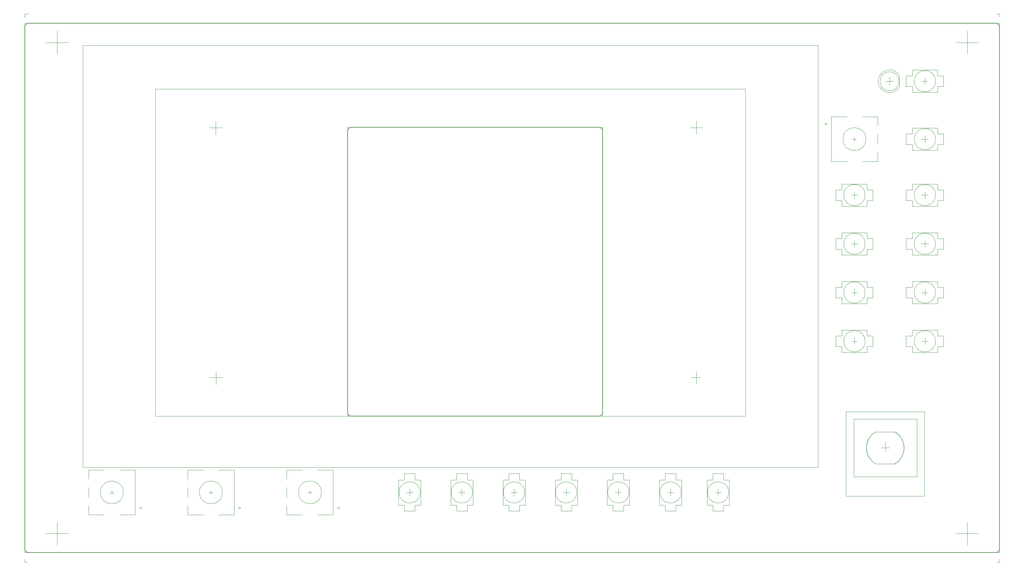
<source format=gto>
G04 #@! TF.GenerationSoftware,KiCad,Pcbnew,(5.1.5)-3*
G04 #@! TF.CreationDate,2020-05-20T18:06:31+02:00*
G04 #@! TF.ProjectId,piHPSDR_Controller,70694850-5344-4525-9f43-6f6e74726f6c,rev?*
G04 #@! TF.SameCoordinates,Original*
G04 #@! TF.FileFunction,Legend,Top*
G04 #@! TF.FilePolarity,Positive*
%FSLAX46Y46*%
G04 Gerber Fmt 4.6, Leading zero omitted, Abs format (unit mm)*
G04 Created by KiCad (PCBNEW (5.1.5)-3) date 2020-05-20 18:06:31*
%MOMM*%
%LPD*%
G04 APERTURE LIST*
%ADD10C,0.120000*%
%ADD11C,0.150000*%
%ADD12C,0.100000*%
G04 APERTURE END LIST*
D10*
X16400000Y-20900000D02*
X16400000Y-21900000D01*
X17400000Y-20900000D02*
X16400000Y-20900000D01*
X272400000Y-20900000D02*
X272400000Y-21650000D01*
X271650000Y-20900000D02*
X272400000Y-20900000D01*
X272400000Y-162400000D02*
X16400000Y-162400000D01*
X272400000Y-164900000D02*
X271650000Y-164900000D01*
X272400000Y-164150000D02*
X272400000Y-164900000D01*
X272400000Y-162400000D02*
X272400000Y-23400000D01*
X16400000Y-164900000D02*
X17150000Y-164900000D01*
X16400000Y-164150000D02*
X16400000Y-164900000D01*
X16400000Y-23400000D02*
X16400000Y-162400000D01*
X272400000Y-23400000D02*
X16400000Y-23400000D01*
X192800000Y-52500000D02*
X192800000Y-49000000D01*
X192800000Y-118000000D02*
X192800000Y-114900000D01*
X191200000Y-50800000D02*
X194400000Y-50800000D01*
X191400000Y-116400000D02*
X193900000Y-116400000D01*
X243400000Y-134900000D02*
X241400000Y-134900000D01*
X244943730Y-130725295D02*
G75*
G02X244899999Y-139099999I-2443730J-4174705D01*
G01*
X239880164Y-139133324D02*
G75*
G02X239825001Y-130700001I2519836J4233324D01*
G01*
X242400000Y-135900000D02*
X242400000Y-133400000D01*
X66650000Y-118250000D02*
X66650000Y-114800000D01*
X66550000Y-52550000D02*
X66550000Y-49200000D01*
X66550000Y-52600000D02*
X66550000Y-52550000D01*
X64900000Y-50800000D02*
X68300000Y-50800000D01*
X239825000Y-130700000D02*
X244975000Y-130700000D01*
X239800000Y-139075000D02*
X244975000Y-139075000D01*
X266900000Y-28400000D02*
X260900000Y-28400000D01*
X263900000Y-31400000D02*
X263900000Y-25400000D01*
X27900000Y-28400000D02*
X21900000Y-28400000D01*
X24900000Y-31400000D02*
X24900000Y-25400000D01*
X27900000Y-157400000D02*
X21900000Y-157400000D01*
X24900000Y-160400000D02*
X24900000Y-154400000D01*
X263900000Y-154400000D02*
X263900000Y-160400000D01*
X260900000Y-157400000D02*
X266900000Y-157400000D01*
X244500000Y-38600000D02*
X242400000Y-38600000D01*
X243500000Y-39700000D02*
X243500000Y-37500000D01*
X68200000Y-116400000D02*
X68300000Y-116400000D01*
X64900000Y-116400000D02*
X68200000Y-116400000D01*
X251900000Y-38600000D02*
X253600000Y-38600000D01*
X252800000Y-37700000D02*
X252800000Y-39400000D01*
X252800000Y-52900000D02*
X252800000Y-54700000D01*
X253700000Y-53800000D02*
X251900000Y-53800000D01*
X253700000Y-68500000D02*
X251900000Y-68500000D01*
X252800000Y-67600000D02*
X252800000Y-69400000D01*
X118400000Y-146600000D02*
X116600000Y-146600000D01*
X117500000Y-145700000D02*
X117500000Y-147500000D01*
X144900000Y-145700000D02*
X144900000Y-147500000D01*
X145800000Y-146600000D02*
X144000000Y-146600000D01*
X132100000Y-146600000D02*
X130300000Y-146600000D01*
X131200000Y-145700000D02*
X131200000Y-147400000D01*
X158600000Y-145700000D02*
X158600000Y-147400000D01*
X159500000Y-146600000D02*
X157700000Y-146600000D01*
X173100000Y-146600000D02*
X171400000Y-146600000D01*
X172300000Y-145700000D02*
X172300000Y-147500000D01*
X186000000Y-145700000D02*
X186000000Y-147500000D01*
X186900000Y-146600000D02*
X185200000Y-146600000D01*
X197700000Y-146600000D02*
X199300000Y-146600000D01*
X198500000Y-147400000D02*
X198500000Y-145700000D01*
X234300000Y-106000000D02*
X234300000Y-107700000D01*
X234300000Y-93200000D02*
X234300000Y-95000000D01*
X234300000Y-80400000D02*
X234300000Y-82200000D01*
X234300000Y-67600000D02*
X234300000Y-69400000D01*
X233400000Y-68500000D02*
X235200000Y-68500000D01*
X233400000Y-81300000D02*
X235200000Y-81300000D01*
X233600000Y-94100000D02*
X235000000Y-94100000D01*
X233600000Y-106900000D02*
X235000000Y-106900000D01*
X252000000Y-106900000D02*
X253600000Y-106900000D01*
X252800000Y-106100000D02*
X252800000Y-107700000D01*
X252000000Y-94100000D02*
X253600000Y-94100000D01*
X252800000Y-94900000D02*
X252800000Y-93300000D01*
X253800000Y-81300000D02*
X251800000Y-81300000D01*
X252800000Y-80500000D02*
X252800000Y-82100000D01*
D11*
X102200000Y-126600000D02*
G75*
G02X101200000Y-125600000I0J1000000D01*
G01*
X168200000Y-125600000D02*
G75*
G02X167200000Y-126600000I-1000000J0D01*
G01*
X167200000Y-50700000D02*
G75*
G02X168200000Y-51700000I0J-1000000D01*
G01*
X101200000Y-51700000D02*
G75*
G02X102200000Y-50700000I1000000J0D01*
G01*
X16400000Y-24400000D02*
G75*
G02X17400000Y-23400000I1000000J0D01*
G01*
X271400000Y-23400000D02*
G75*
G02X272400000Y-24400000I0J-1000000D01*
G01*
X272400000Y-161400000D02*
G75*
G02X271400000Y-162400000I-1000000J0D01*
G01*
X17400000Y-162400000D02*
G75*
G02X16400000Y-161400000I0J1000000D01*
G01*
X101200000Y-125600000D02*
X101200000Y-51700000D01*
X167200000Y-126600000D02*
X102200000Y-126600000D01*
X168200000Y-51700000D02*
X168200000Y-125600000D01*
X102200000Y-50700000D02*
X167200000Y-50700000D01*
X16400000Y-24400000D02*
X16400000Y-161400000D01*
X271400000Y-23400000D02*
X17400000Y-23400000D01*
X272400000Y-161400000D02*
X272400000Y-24400000D01*
X17400000Y-162400000D02*
X271400000Y-162400000D01*
D10*
X168200000Y-50700000D02*
X168200000Y-126600000D01*
X168200000Y-50700000D02*
X101200000Y-50700000D01*
X101200000Y-126600000D02*
X101200000Y-50700000D01*
X205700000Y-40600000D02*
X205700000Y-126600000D01*
X50700000Y-40600000D02*
X205700000Y-40600000D01*
X50700000Y-126600000D02*
X50700000Y-40600000D01*
X205700000Y-126600000D02*
X50700000Y-126600000D01*
X224700000Y-29200000D02*
X224700000Y-140000000D01*
X31700000Y-29200000D02*
X224700000Y-29200000D01*
X31700000Y-140000000D02*
X31700000Y-29200000D01*
X224700000Y-140000000D02*
X31700000Y-140000000D01*
X237300000Y-53800000D02*
G75*
G03X237300000Y-53800000I-3000000J0D01*
G01*
X236300000Y-47900000D02*
X240400000Y-47900000D01*
X240400000Y-59700000D02*
X236300000Y-59700000D01*
X232300000Y-59700000D02*
X228200000Y-59700000D01*
X232300000Y-47900000D02*
X228200000Y-47900000D01*
X228200000Y-47900000D02*
X228200000Y-59700000D01*
X226800000Y-50000000D02*
X226500000Y-49700000D01*
X226500000Y-49700000D02*
X227100000Y-49700000D01*
X227100000Y-49700000D02*
X226800000Y-50000000D01*
X240400000Y-47900000D02*
X240400000Y-50300000D01*
X240400000Y-52500000D02*
X240400000Y-55100000D01*
X240400000Y-57300000D02*
X240400000Y-59700000D01*
X234300000Y-53300000D02*
X234300000Y-54300000D01*
X233800000Y-53800000D02*
X234800000Y-53800000D01*
X94300000Y-146600000D02*
G75*
G03X94300000Y-146600000I-3000000J0D01*
G01*
X89300000Y-152500000D02*
X85200000Y-152500000D01*
X85200000Y-140700000D02*
X89300000Y-140700000D01*
X93300000Y-140700000D02*
X97400000Y-140700000D01*
X93300000Y-152500000D02*
X97400000Y-152500000D01*
X97400000Y-152500000D02*
X97400000Y-140700000D01*
X98800000Y-150400000D02*
X99100000Y-150700000D01*
X99100000Y-150700000D02*
X98500000Y-150700000D01*
X98500000Y-150700000D02*
X98800000Y-150400000D01*
X85200000Y-152500000D02*
X85200000Y-150100000D01*
X85200000Y-147900000D02*
X85200000Y-145300000D01*
X85200000Y-143100000D02*
X85200000Y-140700000D01*
X91300000Y-147100000D02*
X91300000Y-146100000D01*
X91800000Y-146600000D02*
X90800000Y-146600000D01*
X68300000Y-146600000D02*
G75*
G03X68300000Y-146600000I-3000000J0D01*
G01*
X63300000Y-152500000D02*
X59200000Y-152500000D01*
X59200000Y-140700000D02*
X63300000Y-140700000D01*
X67300000Y-140700000D02*
X71400000Y-140700000D01*
X67300000Y-152500000D02*
X71400000Y-152500000D01*
X71400000Y-152500000D02*
X71400000Y-140700000D01*
X72800000Y-150400000D02*
X73100000Y-150700000D01*
X73100000Y-150700000D02*
X72500000Y-150700000D01*
X72500000Y-150700000D02*
X72800000Y-150400000D01*
X59200000Y-152500000D02*
X59200000Y-150100000D01*
X59200000Y-147900000D02*
X59200000Y-145300000D01*
X59200000Y-143100000D02*
X59200000Y-140700000D01*
X65300000Y-147100000D02*
X65300000Y-146100000D01*
X65800000Y-146600000D02*
X64800000Y-146600000D01*
X42300000Y-146600000D02*
G75*
G03X42300000Y-146600000I-3000000J0D01*
G01*
X37300000Y-152500000D02*
X33200000Y-152500000D01*
X33200000Y-140700000D02*
X37300000Y-140700000D01*
X41300000Y-140700000D02*
X45400000Y-140700000D01*
X41300000Y-152500000D02*
X45400000Y-152500000D01*
X45400000Y-152500000D02*
X45400000Y-140700000D01*
X46800000Y-150400000D02*
X47100000Y-150700000D01*
X47100000Y-150700000D02*
X46500000Y-150700000D01*
X46500000Y-150700000D02*
X46800000Y-150400000D01*
X33200000Y-152500000D02*
X33200000Y-150100000D01*
X33200000Y-147900000D02*
X33200000Y-145300000D01*
X33200000Y-143100000D02*
X33200000Y-140700000D01*
X39300000Y-147100000D02*
X39300000Y-146100000D01*
X39800000Y-146600000D02*
X38800000Y-146600000D01*
X240540000Y-38599538D02*
G75*
G03X246090000Y-40144830I2990000J-462D01*
G01*
X240540000Y-38600462D02*
G75*
G02X246090000Y-37055170I2990000J462D01*
G01*
X246030000Y-38600000D02*
G75*
G03X246030000Y-38600000I-2500000J0D01*
G01*
X246090000Y-40145000D02*
X246090000Y-37055000D01*
D12*
X255596885Y-38600000D02*
G75*
G03X255596885Y-38600000I-2796885J0D01*
G01*
X249498000Y-35679000D02*
X249498000Y-37203000D01*
X249498000Y-37203000D02*
X247847000Y-37203000D01*
X247847000Y-37203000D02*
X247847000Y-39997000D01*
X247847000Y-39997000D02*
X249498000Y-39997000D01*
X249498000Y-39997000D02*
X249498000Y-41521000D01*
X249498000Y-41521000D02*
X256102000Y-41521000D01*
X256102000Y-41521000D02*
X256102000Y-39997000D01*
X256102000Y-39997000D02*
X257626000Y-39997000D01*
X257626000Y-39997000D02*
X257626000Y-37203000D01*
X257626000Y-37203000D02*
X256102000Y-37203000D01*
X256102000Y-37203000D02*
X256102000Y-35806000D01*
X256102000Y-35806000D02*
X256102000Y-35679000D01*
X256102000Y-35679000D02*
X249498000Y-35679000D01*
X120296885Y-146600000D02*
G75*
G03X120296885Y-146600000I-2796885J0D01*
G01*
X120421000Y-143298000D02*
X118897000Y-143298000D01*
X118897000Y-143298000D02*
X118897000Y-141647000D01*
X118897000Y-141647000D02*
X116103000Y-141647000D01*
X116103000Y-141647000D02*
X116103000Y-143298000D01*
X116103000Y-143298000D02*
X114579000Y-143298000D01*
X114579000Y-143298000D02*
X114579000Y-149902000D01*
X114579000Y-149902000D02*
X116103000Y-149902000D01*
X116103000Y-149902000D02*
X116103000Y-151426000D01*
X116103000Y-151426000D02*
X118897000Y-151426000D01*
X118897000Y-151426000D02*
X118897000Y-149902000D01*
X118897000Y-149902000D02*
X120294000Y-149902000D01*
X120294000Y-149902000D02*
X120421000Y-149902000D01*
X120421000Y-149902000D02*
X120421000Y-143298000D01*
X134121000Y-149902000D02*
X134121000Y-143298000D01*
X133994000Y-149902000D02*
X134121000Y-149902000D01*
X132597000Y-149902000D02*
X133994000Y-149902000D01*
X132597000Y-151426000D02*
X132597000Y-149902000D01*
X129803000Y-151426000D02*
X132597000Y-151426000D01*
X129803000Y-149902000D02*
X129803000Y-151426000D01*
X128279000Y-149902000D02*
X129803000Y-149902000D01*
X128279000Y-143298000D02*
X128279000Y-149902000D01*
X129803000Y-143298000D02*
X128279000Y-143298000D01*
X129803000Y-141647000D02*
X129803000Y-143298000D01*
X132597000Y-141647000D02*
X129803000Y-141647000D01*
X132597000Y-143298000D02*
X132597000Y-141647000D01*
X134121000Y-143298000D02*
X132597000Y-143298000D01*
X133996885Y-146600000D02*
G75*
G03X133996885Y-146600000I-2796885J0D01*
G01*
X147696885Y-146600000D02*
G75*
G03X147696885Y-146600000I-2796885J0D01*
G01*
X147821000Y-143298000D02*
X146297000Y-143298000D01*
X146297000Y-143298000D02*
X146297000Y-141647000D01*
X146297000Y-141647000D02*
X143503000Y-141647000D01*
X143503000Y-141647000D02*
X143503000Y-143298000D01*
X143503000Y-143298000D02*
X141979000Y-143298000D01*
X141979000Y-143298000D02*
X141979000Y-149902000D01*
X141979000Y-149902000D02*
X143503000Y-149902000D01*
X143503000Y-149902000D02*
X143503000Y-151426000D01*
X143503000Y-151426000D02*
X146297000Y-151426000D01*
X146297000Y-151426000D02*
X146297000Y-149902000D01*
X146297000Y-149902000D02*
X147694000Y-149902000D01*
X147694000Y-149902000D02*
X147821000Y-149902000D01*
X147821000Y-149902000D02*
X147821000Y-143298000D01*
X161521000Y-149902000D02*
X161521000Y-143298000D01*
X161394000Y-149902000D02*
X161521000Y-149902000D01*
X159997000Y-149902000D02*
X161394000Y-149902000D01*
X159997000Y-151426000D02*
X159997000Y-149902000D01*
X157203000Y-151426000D02*
X159997000Y-151426000D01*
X157203000Y-149902000D02*
X157203000Y-151426000D01*
X155679000Y-149902000D02*
X157203000Y-149902000D01*
X155679000Y-143298000D02*
X155679000Y-149902000D01*
X157203000Y-143298000D02*
X155679000Y-143298000D01*
X157203000Y-141647000D02*
X157203000Y-143298000D01*
X159997000Y-141647000D02*
X157203000Y-141647000D01*
X159997000Y-143298000D02*
X159997000Y-141647000D01*
X161521000Y-143298000D02*
X159997000Y-143298000D01*
X161396885Y-146600000D02*
G75*
G03X161396885Y-146600000I-2796885J0D01*
G01*
X255596885Y-81300000D02*
G75*
G03X255596885Y-81300000I-2796885J0D01*
G01*
X249498000Y-78379000D02*
X249498000Y-79903000D01*
X249498000Y-79903000D02*
X247847000Y-79903000D01*
X247847000Y-79903000D02*
X247847000Y-82697000D01*
X247847000Y-82697000D02*
X249498000Y-82697000D01*
X249498000Y-82697000D02*
X249498000Y-84221000D01*
X249498000Y-84221000D02*
X256102000Y-84221000D01*
X256102000Y-84221000D02*
X256102000Y-82697000D01*
X256102000Y-82697000D02*
X257626000Y-82697000D01*
X257626000Y-82697000D02*
X257626000Y-79903000D01*
X257626000Y-79903000D02*
X256102000Y-79903000D01*
X256102000Y-79903000D02*
X256102000Y-78506000D01*
X256102000Y-78506000D02*
X256102000Y-78379000D01*
X256102000Y-78379000D02*
X249498000Y-78379000D01*
X237602000Y-91179000D02*
X230998000Y-91179000D01*
X237602000Y-91306000D02*
X237602000Y-91179000D01*
X237602000Y-92703000D02*
X237602000Y-91306000D01*
X239126000Y-92703000D02*
X237602000Y-92703000D01*
X239126000Y-95497000D02*
X239126000Y-92703000D01*
X237602000Y-95497000D02*
X239126000Y-95497000D01*
X237602000Y-97021000D02*
X237602000Y-95497000D01*
X230998000Y-97021000D02*
X237602000Y-97021000D01*
X230998000Y-95497000D02*
X230998000Y-97021000D01*
X229347000Y-95497000D02*
X230998000Y-95497000D01*
X229347000Y-92703000D02*
X229347000Y-95497000D01*
X230998000Y-92703000D02*
X229347000Y-92703000D01*
X230998000Y-91179000D02*
X230998000Y-92703000D01*
X237096885Y-94100000D02*
G75*
G03X237096885Y-94100000I-2796885J0D01*
G01*
X255596885Y-94100000D02*
G75*
G03X255596885Y-94100000I-2796885J0D01*
G01*
X249498000Y-91179000D02*
X249498000Y-92703000D01*
X249498000Y-92703000D02*
X247847000Y-92703000D01*
X247847000Y-92703000D02*
X247847000Y-95497000D01*
X247847000Y-95497000D02*
X249498000Y-95497000D01*
X249498000Y-95497000D02*
X249498000Y-97021000D01*
X249498000Y-97021000D02*
X256102000Y-97021000D01*
X256102000Y-97021000D02*
X256102000Y-95497000D01*
X256102000Y-95497000D02*
X257626000Y-95497000D01*
X257626000Y-95497000D02*
X257626000Y-92703000D01*
X257626000Y-92703000D02*
X256102000Y-92703000D01*
X256102000Y-92703000D02*
X256102000Y-91306000D01*
X256102000Y-91306000D02*
X256102000Y-91179000D01*
X256102000Y-91179000D02*
X249498000Y-91179000D01*
X237602000Y-103979000D02*
X230998000Y-103979000D01*
X237602000Y-104106000D02*
X237602000Y-103979000D01*
X237602000Y-105503000D02*
X237602000Y-104106000D01*
X239126000Y-105503000D02*
X237602000Y-105503000D01*
X239126000Y-108297000D02*
X239126000Y-105503000D01*
X237602000Y-108297000D02*
X239126000Y-108297000D01*
X237602000Y-109821000D02*
X237602000Y-108297000D01*
X230998000Y-109821000D02*
X237602000Y-109821000D01*
X230998000Y-108297000D02*
X230998000Y-109821000D01*
X229347000Y-108297000D02*
X230998000Y-108297000D01*
X229347000Y-105503000D02*
X229347000Y-108297000D01*
X230998000Y-105503000D02*
X229347000Y-105503000D01*
X230998000Y-103979000D02*
X230998000Y-105503000D01*
X237096885Y-106900000D02*
G75*
G03X237096885Y-106900000I-2796885J0D01*
G01*
X237602000Y-78379000D02*
X230998000Y-78379000D01*
X237602000Y-78506000D02*
X237602000Y-78379000D01*
X237602000Y-79903000D02*
X237602000Y-78506000D01*
X239126000Y-79903000D02*
X237602000Y-79903000D01*
X239126000Y-82697000D02*
X239126000Y-79903000D01*
X237602000Y-82697000D02*
X239126000Y-82697000D01*
X237602000Y-84221000D02*
X237602000Y-82697000D01*
X230998000Y-84221000D02*
X237602000Y-84221000D01*
X230998000Y-82697000D02*
X230998000Y-84221000D01*
X229347000Y-82697000D02*
X230998000Y-82697000D01*
X229347000Y-79903000D02*
X229347000Y-82697000D01*
X230998000Y-79903000D02*
X229347000Y-79903000D01*
X230998000Y-78379000D02*
X230998000Y-79903000D01*
X237096885Y-81300000D02*
G75*
G03X237096885Y-81300000I-2796885J0D01*
G01*
X255596885Y-68500000D02*
G75*
G03X255596885Y-68500000I-2796885J0D01*
G01*
X249498000Y-65579000D02*
X249498000Y-67103000D01*
X249498000Y-67103000D02*
X247847000Y-67103000D01*
X247847000Y-67103000D02*
X247847000Y-69897000D01*
X247847000Y-69897000D02*
X249498000Y-69897000D01*
X249498000Y-69897000D02*
X249498000Y-71421000D01*
X249498000Y-71421000D02*
X256102000Y-71421000D01*
X256102000Y-71421000D02*
X256102000Y-69897000D01*
X256102000Y-69897000D02*
X257626000Y-69897000D01*
X257626000Y-69897000D02*
X257626000Y-67103000D01*
X257626000Y-67103000D02*
X256102000Y-67103000D01*
X256102000Y-67103000D02*
X256102000Y-65706000D01*
X256102000Y-65706000D02*
X256102000Y-65579000D01*
X256102000Y-65579000D02*
X249498000Y-65579000D01*
X237602000Y-65579000D02*
X230998000Y-65579000D01*
X237602000Y-65706000D02*
X237602000Y-65579000D01*
X237602000Y-67103000D02*
X237602000Y-65706000D01*
X239126000Y-67103000D02*
X237602000Y-67103000D01*
X239126000Y-69897000D02*
X239126000Y-67103000D01*
X237602000Y-69897000D02*
X239126000Y-69897000D01*
X237602000Y-71421000D02*
X237602000Y-69897000D01*
X230998000Y-71421000D02*
X237602000Y-71421000D01*
X230998000Y-69897000D02*
X230998000Y-71421000D01*
X229347000Y-69897000D02*
X230998000Y-69897000D01*
X229347000Y-67103000D02*
X229347000Y-69897000D01*
X230998000Y-67103000D02*
X229347000Y-67103000D01*
X230998000Y-65579000D02*
X230998000Y-67103000D01*
X237096885Y-68500000D02*
G75*
G03X237096885Y-68500000I-2796885J0D01*
G01*
X255596885Y-53800000D02*
G75*
G03X255596885Y-53800000I-2796885J0D01*
G01*
X249498000Y-50879000D02*
X249498000Y-52403000D01*
X249498000Y-52403000D02*
X247847000Y-52403000D01*
X247847000Y-52403000D02*
X247847000Y-55197000D01*
X247847000Y-55197000D02*
X249498000Y-55197000D01*
X249498000Y-55197000D02*
X249498000Y-56721000D01*
X249498000Y-56721000D02*
X256102000Y-56721000D01*
X256102000Y-56721000D02*
X256102000Y-55197000D01*
X256102000Y-55197000D02*
X257626000Y-55197000D01*
X257626000Y-55197000D02*
X257626000Y-52403000D01*
X257626000Y-52403000D02*
X256102000Y-52403000D01*
X256102000Y-52403000D02*
X256102000Y-51006000D01*
X256102000Y-51006000D02*
X256102000Y-50879000D01*
X256102000Y-50879000D02*
X249498000Y-50879000D01*
X175221000Y-149902000D02*
X175221000Y-143298000D01*
X175094000Y-149902000D02*
X175221000Y-149902000D01*
X173697000Y-149902000D02*
X175094000Y-149902000D01*
X173697000Y-151426000D02*
X173697000Y-149902000D01*
X170903000Y-151426000D02*
X173697000Y-151426000D01*
X170903000Y-149902000D02*
X170903000Y-151426000D01*
X169379000Y-149902000D02*
X170903000Y-149902000D01*
X169379000Y-143298000D02*
X169379000Y-149902000D01*
X170903000Y-143298000D02*
X169379000Y-143298000D01*
X170903000Y-141647000D02*
X170903000Y-143298000D01*
X173697000Y-141647000D02*
X170903000Y-141647000D01*
X173697000Y-143298000D02*
X173697000Y-141647000D01*
X175221000Y-143298000D02*
X173697000Y-143298000D01*
X175096885Y-146600000D02*
G75*
G03X175096885Y-146600000I-2796885J0D01*
G01*
X188796885Y-146600000D02*
G75*
G03X188796885Y-146600000I-2796885J0D01*
G01*
X188921000Y-143298000D02*
X187397000Y-143298000D01*
X187397000Y-143298000D02*
X187397000Y-141647000D01*
X187397000Y-141647000D02*
X184603000Y-141647000D01*
X184603000Y-141647000D02*
X184603000Y-143298000D01*
X184603000Y-143298000D02*
X183079000Y-143298000D01*
X183079000Y-143298000D02*
X183079000Y-149902000D01*
X183079000Y-149902000D02*
X184603000Y-149902000D01*
X184603000Y-149902000D02*
X184603000Y-151426000D01*
X184603000Y-151426000D02*
X187397000Y-151426000D01*
X187397000Y-151426000D02*
X187397000Y-149902000D01*
X187397000Y-149902000D02*
X188794000Y-149902000D01*
X188794000Y-149902000D02*
X188921000Y-149902000D01*
X188921000Y-149902000D02*
X188921000Y-143298000D01*
X201296885Y-146600000D02*
G75*
G03X201296885Y-146600000I-2796885J0D01*
G01*
X201421000Y-143298000D02*
X199897000Y-143298000D01*
X199897000Y-143298000D02*
X199897000Y-141647000D01*
X199897000Y-141647000D02*
X197103000Y-141647000D01*
X197103000Y-141647000D02*
X197103000Y-143298000D01*
X197103000Y-143298000D02*
X195579000Y-143298000D01*
X195579000Y-143298000D02*
X195579000Y-149902000D01*
X195579000Y-149902000D02*
X197103000Y-149902000D01*
X197103000Y-149902000D02*
X197103000Y-151426000D01*
X197103000Y-151426000D02*
X199897000Y-151426000D01*
X199897000Y-151426000D02*
X199897000Y-149902000D01*
X199897000Y-149902000D02*
X201294000Y-149902000D01*
X201294000Y-149902000D02*
X201421000Y-149902000D01*
X201421000Y-149902000D02*
X201421000Y-143298000D01*
X256102000Y-103979000D02*
X249498000Y-103979000D01*
X256102000Y-104106000D02*
X256102000Y-103979000D01*
X256102000Y-105503000D02*
X256102000Y-104106000D01*
X257626000Y-105503000D02*
X256102000Y-105503000D01*
X257626000Y-108297000D02*
X257626000Y-105503000D01*
X256102000Y-108297000D02*
X257626000Y-108297000D01*
X256102000Y-109821000D02*
X256102000Y-108297000D01*
X249498000Y-109821000D02*
X256102000Y-109821000D01*
X249498000Y-108297000D02*
X249498000Y-109821000D01*
X247847000Y-108297000D02*
X249498000Y-108297000D01*
X247847000Y-105503000D02*
X247847000Y-108297000D01*
X249498000Y-105503000D02*
X247847000Y-105503000D01*
X249498000Y-103979000D02*
X249498000Y-105503000D01*
X255596885Y-106900000D02*
G75*
G03X255596885Y-106900000I-2796885J0D01*
G01*
D10*
X234100000Y-142450000D02*
X250700000Y-142450000D01*
X250700000Y-142450000D02*
X250700000Y-127350000D01*
X250700000Y-127350000D02*
X234100000Y-127350000D01*
X234100000Y-127350000D02*
X234100000Y-142450000D01*
X239800000Y-130700000D02*
X245000000Y-130700000D01*
X239799999Y-139079998D02*
X244999999Y-139079998D01*
X245000000Y-130700000D02*
G75*
G02X244999999Y-139079998I-2500000J-4189999D01*
G01*
X239799999Y-139079998D02*
G75*
G02X239800000Y-130700000I2500000J4189999D01*
G01*
X252700000Y-125350000D02*
X232100000Y-125350000D01*
X252700000Y-147600000D02*
X232100000Y-147600000D01*
X252700000Y-125350000D02*
X252700000Y-147600000D01*
X232100000Y-147600000D02*
X232100000Y-125350000D01*
M02*

</source>
